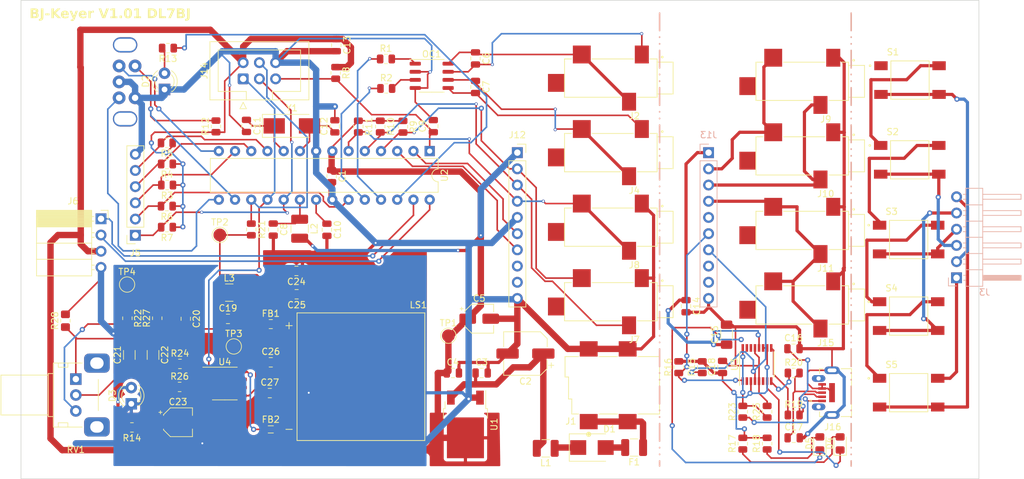
<source format=kicad_pcb>
(kicad_pcb (version 20221018) (generator pcbnew)

  (general
    (thickness 1.6)
  )

  (paper "A4")
  (title_block
    (comment 4 "AISLER Project ID: MMGPWGQA")
  )

  (layers
    (0 "F.Cu" signal)
    (31 "B.Cu" signal)
    (32 "B.Adhes" user "B.Adhesive")
    (33 "F.Adhes" user "F.Adhesive")
    (34 "B.Paste" user)
    (35 "F.Paste" user)
    (36 "B.SilkS" user "B.Silkscreen")
    (37 "F.SilkS" user "F.Silkscreen")
    (38 "B.Mask" user)
    (39 "F.Mask" user)
    (40 "Dwgs.User" user "User.Drawings")
    (41 "Cmts.User" user "User.Comments")
    (42 "Eco1.User" user "User.Eco1")
    (43 "Eco2.User" user "User.Eco2")
    (44 "Edge.Cuts" user)
    (45 "Margin" user)
    (46 "B.CrtYd" user "B.Courtyard")
    (47 "F.CrtYd" user "F.Courtyard")
    (48 "B.Fab" user)
    (49 "F.Fab" user)
    (50 "User.1" user)
    (51 "User.2" user)
    (52 "User.3" user)
    (53 "User.4" user)
    (54 "User.5" user)
    (55 "User.6" user)
    (56 "User.7" user)
    (57 "User.8" user)
    (58 "User.9" user)
  )

  (setup
    (pad_to_mask_clearance 0)
    (pcbplotparams
      (layerselection 0x00010fc_ffffffff)
      (plot_on_all_layers_selection 0x0000000_00000000)
      (disableapertmacros false)
      (usegerberextensions false)
      (usegerberattributes true)
      (usegerberadvancedattributes true)
      (creategerberjobfile true)
      (dashed_line_dash_ratio 12.000000)
      (dashed_line_gap_ratio 3.000000)
      (svgprecision 4)
      (plotframeref false)
      (viasonmask false)
      (mode 1)
      (useauxorigin false)
      (hpglpennumber 1)
      (hpglpenspeed 20)
      (hpglpendiameter 15.000000)
      (dxfpolygonmode true)
      (dxfimperialunits true)
      (dxfusepcbnewfont true)
      (psnegative false)
      (psa4output false)
      (plotreference true)
      (plotvalue true)
      (plotinvisibletext false)
      (sketchpadsonfab false)
      (subtractmaskfromsilk false)
      (outputformat 1)
      (mirror false)
      (drillshape 1)
      (scaleselection 1)
      (outputdirectory "")
    )
  )

  (net 0 "")
  (net 1 "+5V")
  (net 2 "GND")
  (net 3 "Net-(U1-VI)")
  (net 4 "Net-(C6-Pad1)")
  (net 5 "Net-(C6-Pad2)")
  (net 6 "Net-(C7-Pad1)")
  (net 7 "Net-(C7-Pad2)")
  (net 8 "Net-(U2-AVCC)")
  (net 9 "/~{RESET}")
  (net 10 "Net-(U2-AREF)")
  (net 11 "Net-(U2-XTAL2{slash}PB7)")
  (net 12 "Net-(U2-XTAL1{slash}PB6)")
  (net 13 "+5VA")
  (net 14 "GNDA")
  (net 15 "Net-(U3-3V3OUT)")
  (net 16 "Net-(C19-Pad1)")
  (net 17 "Net-(C19-Pad2)")
  (net 18 "Net-(C20-Pad1)")
  (net 19 "Net-(C21-Pad1)")
  (net 20 "Net-(C21-Pad2)")
  (net 21 "Net-(C22-Pad2)")
  (net 22 "Net-(C26-Pad1)")
  (net 23 "Net-(C27-Pad1)")
  (net 24 "Net-(D1-K)")
  (net 25 "Net-(D1-A)")
  (net 26 "Net-(D2-A)")
  (net 27 "Net-(D3-A)")
  (net 28 "Net-(D4-K)")
  (net 29 "Net-(D4-A)")
  (net 30 "Net-(D5-K)")
  (net 31 "Net-(D5-A)")
  (net 32 "Net-(U4-OUT+)")
  (net 33 "Net-(U4-OUT-)")
  (net 34 "Net-(J3-Pin_1)")
  (net 35 "Net-(J3-Pin_2)")
  (net 36 "Net-(J3-Pin_3)")
  (net 37 "Net-(J3-Pin_4)")
  (net 38 "GND1")
  (net 39 "/Mem 4")
  (net 40 "/Mem 3")
  (net 41 "/Mem 2")
  (net 42 "/Mem 1")
  (net 43 "/Left Paddle")
  (net 44 "/Right Paddle")
  (net 45 "/Straight Key")
  (net 46 "/TxD")
  (net 47 "/RxD")
  (net 48 "unconnected-(J12-Pin_8-Pad8)")
  (net 49 "unconnected-(J12-Pin_9-Pad9)")
  (net 50 "Net-(J13-Pin_4)")
  (net 51 "unconnected-(J13-Pin_5-Pad5)")
  (net 52 "Net-(J13-Pin_6)")
  (net 53 "Net-(J13-Pin_7)")
  (net 54 "unconnected-(J13-Pin_8-Pad8)")
  (net 55 "unconnected-(J13-Pin_9-Pad9)")
  (net 56 "/~{AUDIO SD}")
  (net 57 "/AUDIO")
  (net 58 "Net-(OC1-Pad1)")
  (net 59 "Net-(OC1-Pad3)")
  (net 60 "/TRX 1")
  (net 61 "/TRX 2")
  (net 62 "Net-(U2-PB2)")
  (net 63 "/Key")
  (net 64 "Net-(U3-USBDM)")
  (net 65 "Net-(U3-USBDP)")
  (net 66 "Net-(J3-Pin_5)")
  (net 67 "Net-(U3-CBUS3)")
  (net 68 "Net-(U4-IN+)")
  (net 69 "Net-(U4-IN-)")
  (net 70 "Net-(U2-PB0)")
  (net 71 "Net-(U2-PB1)")
  (net 72 "unconnected-(U3-~{RTS}-Pad2)")
  (net 73 "unconnected-(U3-~{CTS}-Pad6)")
  (net 74 "unconnected-(U3-CBUS0-Pad15)")
  (net 75 "unconnected-(U4-NC-Pad2)")
  (net 76 "unconnected-(J2-Pad4)")
  (net 77 "unconnected-(J4-Pad4)")
  (net 78 "unconnected-(J8-Pad4)")
  (net 79 "unconnected-(J7-Pad4)")
  (net 80 "unconnected-(J9-Pad4)")
  (net 81 "unconnected-(J10-Pad4)")
  (net 82 "unconnected-(J11-Pad4)")
  (net 83 "unconnected-(J15-Pad4)")
  (net 84 "/+7-15V")
  (net 85 "/Ext Left Paddle")
  (net 86 "/Ext Right Paddle")
  (net 87 "Net-(J3-Pin_6)")
  (net 88 "/Mem 5")
  (net 89 "Net-(R22-Pad2)")
  (net 90 "Net-(S1-Pad3)")
  (net 91 "Net-(S2-Pad3)")
  (net 92 "Net-(S3-Pad3)")
  (net 93 "Net-(S4-Pad3)")
  (net 94 "Net-(J16-D-)")
  (net 95 "Net-(J16-D+)")
  (net 96 "Net-(J16-VCC)")
  (net 97 "unconnected-(J16-SHIELD__1-PadSH2)")
  (net 98 "unconnected-(J16-SHIELD__4-PadSH5)")
  (net 99 "/SDA")
  (net 100 "/SCL")
  (net 101 "Net-(C22-Pad1)")

  (footprint "Package_SO:SO-8_3.9x4.9mm_P1.27mm" (layer "F.Cu") (at 31.9182 60.071))

  (footprint "Capacitor_SMD:CP_Elec_6.3x5.9" (layer "F.Cu") (at 78.994 55.372 180))

  (footprint "Resistor_SMD:R_0805_2012Metric" (layer "F.Cu") (at 36.068 35.9175 -90))

  (footprint "Resistor_SMD:R_0805_2012Metric" (layer "F.Cu") (at 24.892 56.9976))

  (footprint "Resistor_SMD:R_0805_2012Metric" (layer "F.Cu") (at 121 58.42))

  (footprint "MountingHole:MountingHole_3.2mm_M3_DIN965" (layer "F.Cu") (at 139.192 5.5))

  (footprint "Resistor_SMD:R_0805_2012Metric" (layer "F.Cu") (at 30.5308 19.7631 90))

  (footprint "Diode_SMD:D_SMB" (layer "F.Cu") (at 89.408 70.104))

  (footprint "Resistor_SMD:R_0805_2012Metric" (layer "F.Cu") (at 116.84 64.4925 90))

  (footprint "Capacitor_SMD:C_0805_2012Metric" (layer "F.Cu") (at 43.1648 46.0756 180))

  (footprint "Resistor_SMD:R_0805_2012Metric" (layer "F.Cu") (at 22.8365 22.352 180))

  (footprint "Inductor_SMD:L_0805_2012Metric_Pad1.15x1.40mm_HandSolder" (layer "F.Cu") (at 39.116 50.7492))

  (footprint "Capacitor_SMD:C_0805_2012Metric" (layer "F.Cu") (at 120.965 54.61))

  (footprint "Capacitor_SMD:C_0805_2012Metric" (layer "F.Cu") (at 72.136 58.42))

  (footprint "BJ-Keyer:CUI_SJ-3524-SMT" (layer "F.Cu") (at 126.0905 47.752 180))

  (footprint "LED_THT:LED_D3.0mm" (layer "F.Cu") (at 17.272 63.251 90))

  (footprint "Capacitor_SMD:C_0805_2012Metric" (layer "F.Cu") (at 109.855 57.47 90))

  (footprint "Resistor_SMD:R_0805_2012Metric" (layer "F.Cu") (at 113.03 64.4925 90))

  (footprint "Resistor_SMD:R_0805_2012Metric" (layer "F.Cu") (at 22.86 35.56 180))

  (footprint "Capacitor_SMD:C_0805_2012Metric" (layer "F.Cu") (at 43.1292 42.418 180))

  (footprint "BJ-Keyer:CUI_SJ-3524-SMT" (layer "F.Cu") (at 96.1185 23.876 180))

  (footprint "Resistor_SMD:R_0805_2012Metric" (layer "F.Cu") (at 22.8365 32.258 180))

  (footprint "BJ-Keyer:CUI_UJ2-MIBH2-4-SMT" (layer "F.Cu") (at 125.45 62.8 180))

  (footprint "Capacitor_SMD:C_0805_2012Metric" (layer "F.Cu") (at 49.149 19.751 90))

  (footprint "Resistor_SMD:R_0805_2012Metric" (layer "F.Cu") (at 113.03 69.4925 90))

  (footprint "Connector_IDC:IDC-Header_2x03_P2.54mm_Vertical" (layer "F.Cu") (at 34.793 12.3095 90))

  (footprint "LED_THT:LED_D3.0mm" (layer "F.Cu") (at 22.479 13.975 90))

  (footprint "BJ-Keyer:CUI_PJ-002BH-SMT-TR" (layer "F.Cu") (at 88.9 66.04 180))

  (footprint "Capacitor_SMD:C_0805_2012Metric" (layer "F.Cu") (at 121 68.58))

  (footprint "Capacitor_SMD:CP_Elec_4x4.5" (layer "F.Cu") (at 24.5872 66.1416))

  (footprint "Connector_PinSocket_2.54mm:PinSocket_1x06_P2.54mm_Vertical" (layer "F.Cu") (at 17.907 36.83 180))

  (footprint "Capacitor_SMD:C_0805_2012Metric" (layer "F.Cu") (at 35.306 19.685 -90))

  (footprint "BJ-Keyer:SW_TS04-66-85-BK-160-SMT" (layer "F.Cu") (at 139.17 25))

  (footprint "Resistor_SMD:R_0805_2012Metric" (layer "F.Cu") (at 16.6624 49.8367 -90))

  (footprint "BJ-Keyer:RotaryEncoder_EC11B-Horizontal-Dual" (layer "F.Cu") (at 16.617 12.787 -90))

  (footprint "BJ-Keyer:CUI_SJ-3524-SMT" (layer "F.Cu") (at 126.0905 12.7 180))

  (footprint "Capacitor_SMD:C_0805_2012Metric" (layer "F.Cu") (at 25.8064 49.9212 -90))

  (footprint "Capacitor_SMD:C_0805_2012Metric" (layer "F.Cu") (at 38.9636 61.5696))

  (footprint "Connector_PinSocket_2.54mm:PinSocket_1x04_P2.54mm_Horizontal" (layer "F.Cu") (at 12.528 34.25))

  (footprint "TestPoint:TestPoint_Pad_D2.0mm" (layer "F.Cu") (at 16.6116 44.5516))

  (footprint "LED_SMD:LED_0805_2012Metric_Pad1.15x1.40mm_HandSolder" (layer "F.Cu") (at 128.27 69.46 90))

  (footprint "TestPoint:TestPoint_Pad_D2.0mm" (layer "F.Cu") (at 31.1404 36.7792))

  (footprint "Crystal:Crystal_SMD_Abracon_ABM3-2Pin_5.0x3.2mm_HandSoldering" (layer "F.Cu") (at 42.418 19.685))

  (footprint "TestPoint:TestPoint_Pad_D2.0mm" (layer "F.Cu") (at 66.929 52.578))

  (footprint "BJ-Keyer:CUI_SJ-3524-SMT" (layer "F.Cu") (at 96.1185 35.56 180))

  (footprint "Resistor_SMD:R_0805_2012Metric" (layer "F.Cu")
    (tstamp 6e0f1e76-dcae-4b74-aad6-1e9bef2d7f7c)
    (at 121 65)
    (descr "Resistor SMD 0805 (2012 Metric), square (rectangular) end terminal, IPC_7351 nominal, (Body size source: IPC-SM-782 page 72, https://www.pcb-3d.com/wordpress/wp-content/uploads/ipc-sm-782a_amendment_1_and_2.pdf), generated with kicad-footprint-generator")
    (tags "resistor")
    (property "Sheetfile" "BJ-Keyer.kicad_sch")
    (property "Sheetname" "")
    (property "ki_description" "Resistor, small symbol")
    (property "ki_keywords" "R resistor")
    (path "/213189ac-cab8-412e-bd23-b4d3970aff5f")
    (attr smd)
    (fp_text reference "R19" (at 0 -1.65) (layer "F.SilkS")
        (effects (font (size 1 1) (thickness 0.15)))
      (tstamp a46827b3-590c-46eb-b904-88753a8eb480)
    )
    (fp_text value "27R" (at -0.0075 2) (layer "F.Fab")
        (effects (font (size 1 1) (thickness 0.15)))
      (tstamp 034f5a92-64c1-42a7-90f9-3fea1bcf59e1)
    )
    (fp_text user "${REFERENCE}" (at 0 0) (layer "F.Fab")
        (effects (font (size 0.5 0.5) (thickness 0.08)))
      (tstamp 167d906d-cf98-4638-8ec8-24d3d180abc0)
    )
    (fp_line (start -0.227064 -0.735) (end 0.227064 -0.735)
      (stroke (width 0.12) (type solid)) (layer "F.SilkS") (tstamp 6cda67c8-8a52-432b-b374-689c68bee443))
    (fp_line (start -0.227064 0.735) (end 0.227064 0.735)
      (stroke (width 0.12) (type solid)) (layer "F.SilkS") (tstamp 8cba8be4-891a-48e0-b01b-91f837578927))
    (fp_line (start -1.68 -0.95) (end 1.68 -0.95)
      (stroke (width 0.05) (type solid)) (layer "F.CrtYd") (tstamp 58794803-41eb-4b67-a56c-f44361c8c88b))
    (fp_line (start -1.68 0.95) (end -1.68 -0.95)
      (stroke (width 0.05) (type solid)) (layer "F.CrtYd") (tstamp d629b208-9459-4152-9990-d813c19a2988))
    (fp_line (start 1.68 -0.95) (end 1.68 0.95)
      
... [536074 chars truncated]
</source>
